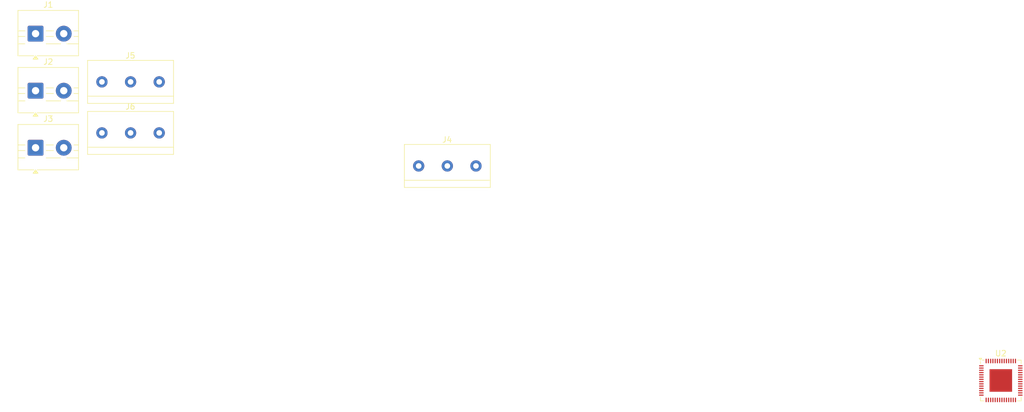
<source format=kicad_pcb>
(kicad_pcb (version 20241229) (generator "pcbnew") (generator_version "9.0")
  (layers (0 "F.Cu" signal) (2 "B.Cu" signal) (13 "F.Paste" user) (15 "B.Paste" user) (5 "F.SilkS" user "F.Silkscreen") (7 "B.SilkS" user "B.Silkscreen") (1 "F.Mask" user) (3 "B.Mask" user) (25 "Edge.Cuts" user))
  (net 0 "")
  (net 24 "Net-(U2-VDD3P3-Pad2)")
  (net 67 "Net-(U2-VDDA-Pad55)")
  (footprint "Package_DFN_QFN:QFN-56-1EP_7x7mm_P0.4mm_EP4x4mm" (layer "F.Cu") (at 181.97 71.06)
    (property "Reference" "U2" (at 0 -4.8 0) (layer "F.SilkS"))
    (property "Value" "ESP32-S3")
    (fp_line (start -3.61 -2.96) (end -3.61 -3.37) (stroke (width 0.12)) (layer "F.SilkS"))
    (fp_line (start -3.61 3.61) (end -3.61 2.96) (stroke (width 0.12)) (layer "F.SilkS"))
    (fp_line (start -2.96 -3.61) (end -3.31 -3.61) (stroke (width 0.12)) (layer "F.SilkS"))
    (fp_line (start -2.96 3.61) (end -3.61 3.61) (stroke (width 0.12)) (layer "F.SilkS"))
    (fp_line (start 2.96 -3.61) (end 3.61 -3.61) (stroke (width 0.12)) (layer "F.SilkS"))
    (fp_line (start 2.96 3.61) (end 3.61 3.61) (stroke (width 0.12)) (layer "F.SilkS"))
    (fp_line (start 3.61 -3.61) (end 3.61 -2.96) (stroke (width 0.12)) (layer "F.SilkS"))
    (fp_line (start 3.61 3.61) (end 3.61 2.96) (stroke (width 0.12)) (layer "F.SilkS"))
    (fp_poly (pts (xy -3.61 -3.61) (xy -3.85 -3.94) (xy -3.37 -3.94)) (stroke (width 0.12)) (fill yes) (layer "F.SilkS"))
    (pad "1" smd roundrect (at -3.45 -2.6) (size 0.8 0.2) (layers "F.Cu" "F.Mask" "F.Paste"))
    (pad "2" smd roundrect (at -3.45 -2.2) (size 0.8 0.2) (layers "F.Cu" "F.Mask" "F.Paste") (net 24 "Net-(U2-VDD3P3-Pad2)"))
    (pad "3" smd roundrect (at -3.45 -1.8) (size 0.8 0.2) (layers "F.Cu" "F.Mask" "F.Paste") (net 24 "Net-(U2-VDD3P3-Pad2)"))
    (pad "4" smd roundrect (at -3.45 -1.4) (size 0.8 0.2) (layers "F.Cu" "F.Mask" "F.Paste"))
    (pad "5" smd roundrect (at -3.45 -1) (size 0.8 0.2) (layers "F.Cu" "F.Mask" "F.Paste"))
    (pad "6" smd roundrect (at -3.45 -0.6) (size 0.8 0.2) (layers "F.Cu" "F.Mask" "F.Paste"))
    (pad "7" smd roundrect (at -3.45 -0.2) (size 0.8 0.2) (layers "F.Cu" "F.Mask" "F.Paste"))
    (pad "8" smd roundrect (at -3.45 0.2) (size 0.8 0.2) (layers "F.Cu" "F.Mask" "F.Paste"))
    (pad "9" smd roundrect (at -3.45 0.6) (size 0.8 0.2) (layers "F.Cu" "F.Mask" "F.Paste"))
    (pad "10" smd roundrect (at -3.45 1) (size 0.8 0.2) (layers "F.Cu" "F.Mask" "F.Paste"))
    (pad "11" smd roundrect (at -3.45 1.4) (size 0.8 0.2) (layers "F.Cu" "F.Mask" "F.Paste"))
    (pad "12" smd roundrect (at -3.45 1.8) (size 0.8 0.2) (layers "F.Cu" "F.Mask" "F.Paste"))
    (pad "13" smd roundrect (at -3.45 2.2) (size 0.8 0.2) (layers "F.Cu" "F.Mask" "F.Paste"))
    (pad "14" smd roundrect (at -3.45 2.6) (size 0.8 0.2) (layers "F.Cu" "F.Mask" "F.Paste"))
    (pad "15" smd roundrect (at -2.6 3.45) (size 0.2 0.8) (layers "F.Cu" "F.Mask" "F.Paste"))
    (pad "16" smd roundrect (at -2.2 3.45) (size 0.2 0.8) (layers "F.Cu" "F.Mask" "F.Paste"))
    (pad "17" smd roundrect (at -1.8 3.45) (size 0.2 0.8) (layers "F.Cu" "F.Mask" "F.Paste"))
    (pad "18" smd roundrect (at -1.4 3.45) (size 0.2 0.8) (layers "F.Cu" "F.Mask" "F.Paste"))
    (pad "19" smd roundrect (at -1 3.45) (size 0.2 0.8) (layers "F.Cu" "F.Mask" "F.Paste"))
    (pad "20" smd roundrect (at -0.6 3.45) (size 0.2 0.8) (layers "F.Cu" "F.Mask" "F.Paste"))
    (pad "21" smd roundrect (at -0.2 3.45) (size 0.2 0.8) (layers "F.Cu" "F.Mask" "F.Paste"))
    (pad "22" smd roundrect (at 0.2 3.45) (size 0.2 0.8) (layers "F.Cu" "F.Mask" "F.Paste"))
    (pad "23" smd roundrect (at 0.6 3.45) (size 0.2 0.8) (layers "F.Cu" "F.Mask" "F.Paste"))
    (pad "24" smd roundrect (at 1 3.45) (size 0.2 0.8) (layers "F.Cu" "F.Mask" "F.Paste"))
    (pad "25" smd roundrect (at 1.4 3.45) (size 0.2 0.8) (layers "F.Cu" "F.Mask" "F.Paste"))
    (pad "26" smd roundrect (at 1.8 3.45) (size 0.2 0.8) (layers "F.Cu" "F.Mask" "F.Paste"))
    (pad "27" smd roundrect (at 2.2 3.45) (size 0.2 0.8) (layers "F.Cu" "F.Mask" "F.Paste"))
    (pad "28" smd roundrect (at 2.6 3.45) (size 0.2 0.8) (layers "F.Cu" "F.Mask" "F.Paste"))
    (pad "29" smd roundrect (at 3.45 2.6) (size 0.8 0.2) (layers "F.Cu" "F.Mask" "F.Paste"))
    (pad "30" smd roundrect (at 3.45 2.2) (size 0.8 0.2) (layers "F.Cu" "F.Mask" "F.Paste"))
    (pad "31" smd roundrect (at 3.45 1.8) (size 0.8 0.2) (layers "F.Cu" "F.Mask" "F.Paste"))
    (pad "32" smd roundrect (at 3.45 1.4) (size 0.8 0.2) (layers "F.Cu" "F.Mask" "F.Paste"))
    (pad "33" smd roundrect (at 3.45 1) (size 0.8 0.2) (layers "F.Cu" "F.Mask" "F.Paste"))
    (pad "34" smd roundrect (at 3.45 0.6) (size 0.8 0.2) (layers "F.Cu" "F.Mask" "F.Paste"))
    (pad "35" smd roundrect (at 3.45 0.2) (size 0.8 0.2) (layers "F.Cu" "F.Mask" "F.Paste"))
    (pad "36" smd roundrect (at 3.45 -0.2) (size 0.8 0.2) (layers "F.Cu" "F.Mask" "F.Paste"))
    (pad "37" smd roundrect (at 3.45 -0.6) (size 0.8 0.2) (layers "F.Cu" "F.Mask" "F.Paste"))
    (pad "38" smd roundrect (at 3.45 -1) (size 0.8 0.2) (layers "F.Cu" "F.Mask" "F.Paste"))
    (pad "39" smd roundrect (at 3.45 -1.4) (size 0.8 0.2) (layers "F.Cu" "F.Mask" "F.Paste"))
    (pad "40" smd roundrect (at 3.45 -1.8) (size 0.8 0.2) (layers "F.Cu" "F.Mask" "F.Paste"))
    (pad "41" smd roundrect (at 3.45 -2.2) (size 0.8 0.2) (layers "F.Cu" "F.Mask" "F.Paste"))
    (pad "42" smd roundrect (at 3.45 -2.6) (size 0.8 0.2) (layers "F.Cu" "F.Mask" "F.Paste"))
    (pad "43" smd roundrect (at 2.6 -3.45) (size 0.2 0.8) (layers "F.Cu" "F.Mask" "F.Paste"))
    (pad "44" smd roundrect (at 2.2 -3.45) (size 0.2 0.8) (layers "F.Cu" "F.Mask" "F.Paste"))
    (pad "45" smd roundrect (at 1.8 -3.45) (size 0.2 0.8) (layers "F.Cu" "F.Mask" "F.Paste"))
    (pad "46" smd roundrect (at 1.4 -3.45) (size 0.2 0.8) (layers "F.Cu" "F.Mask" "F.Paste"))
    (pad "47" smd roundrect (at 1 -3.45) (size 0.2 0.8) (layers "F.Cu" "F.Mask" "F.Paste"))
    (pad "48" smd roundrect (at 0.6 -3.45) (size 0.2 0.8) (layers "F.Cu" "F.Mask" "F.Paste"))
    (pad "49" smd roundrect (at 0.2 -3.45) (size 0.2 0.8) (layers "F.Cu" "F.Mask" "F.Paste"))
    (pad "50" smd roundrect (at -0.2 -3.45) (size 0.2 0.8) (layers "F.Cu" "F.Mask" "F.Paste"))
    (pad "51" smd roundrect (at -0.6 -3.45) (size 0.2 0.8) (layers "F.Cu" "F.Mask" "F.Paste"))
    (pad "52" smd roundrect (at -1 -3.45) (size 0.2 0.8) (layers "F.Cu" "F.Mask" "F.Paste"))
    (pad "53" smd roundrect (at -1.4 -3.45) (size 0.2 0.8) (layers "F.Cu" "F.Mask" "F.Paste"))
    (pad "54" smd roundrect (at -1.8 -3.45) (size 0.2 0.8) (layers "F.Cu" "F.Mask" "F.Paste"))
    (pad "55" smd roundrect (at -2.2 -3.45) (size 0.2 0.8) (layers "F.Cu" "F.Mask" "F.Paste") (net 67 "Net-(U2-VDDA-Pad55)"))
    (pad "56" smd roundrect (at -2.6 -3.45) (size 0.2 0.8) (layers "F.Cu" "F.Mask" "F.Paste") (net 67 "Net-(U2-VDDA-Pad55)"))
    (pad "57" smd rect (at 0 0) (size 4 4) (property pad_prop_heatsink) (layers "F.Cu" "F.Mask"))
  )
  (footprint "ESP32_Custom_Footprints:TerminalBlock_bornier-3_P5.08mm" (layer "F.Cu") (at 78.74 33.02)
    (property "Reference" "J4" (at 5.05 -4.65 0) (layer "F.SilkS"))
    (property "Value" "Screw_Terminal_01x03")
    (fp_line (start -2.54 -3.81) (end 12.7 -3.81) (stroke (width 0.12)) (layer "F.SilkS"))
    (fp_line (start -2.54 2.54) (end 12.7 2.54) (stroke (width 0.12)) (layer "F.SilkS"))
    (fp_line (start -2.54 3.81) (end -2.54 -3.81) (stroke (width 0.12)) (layer "F.SilkS"))
    (fp_line (start -2.54 3.81) (end 12.7 3.81) (stroke (width 0.12)) (layer "F.SilkS"))
    (fp_line (start 12.7 3.81) (end 12.7 -3.81) (stroke (width 0.12)) (layer "F.SilkS"))
    (pad "1" thru_hole circle (at 0 0) (size 2 2) (drill 1) (layers "*.Cu" "*.Mask"))
    (pad "2" thru_hole circle (at 5.08 0) (size 2 2) (drill 1) (layers "*.Cu" "*.Mask"))
    (pad "3" thru_hole circle (at 10.16 0) (size 2 2) (drill 1) (layers "*.Cu" "*.Mask"))
  )
  (footprint "TerminalBlock:TerminalBlock_MaiXu_MX126-5.0-02P_1x02_P5.00mm" (layer "F.Cu") (at 10.8 29.79)
    (property "Reference" "J3" (at 2.25 -5.12 0) (layer "F.SilkS"))
    (property "Value" "Screw_Terminal_01x02")
    (fp_line (start -3.12 -4.12) (end -3.12 3.92) (stroke (width 0.12)) (layer "F.SilkS"))
    (fp_line (start -3.12 -4.12) (end 7.62 -4.12) (stroke (width 0.12)) (layer "F.SilkS"))
    (fp_line (start -3.12 -0.5) (end -1.88 -0.5) (stroke (width 0.12)) (layer "F.SilkS"))
    (fp_line (start -3.12 0.5) (end -1.88 0.5) (stroke (width 0.12)) (layer "F.SilkS"))
    (fp_line (start -3.12 1.8) (end -1.88 1.8) (stroke (width 0.12)) (layer "F.SilkS"))
    (fp_line (start -3.12 3.92) (end -0.3 3.92) (stroke (width 0.12)) (layer "F.SilkS"))
    (fp_line (start 0.3 3.92) (end 7.62 3.92) (stroke (width 0.12)) (layer "F.SilkS"))
    (fp_line (start 1.88 -0.5) (end 3.188 -0.5) (stroke (width 0.12)) (layer "F.SilkS"))
    (fp_line (start 1.88 0.5) (end 3.188 0.5) (stroke (width 0.12)) (layer "F.SilkS"))
    (fp_line (start 1.88 1.8) (end 4.457 1.8) (stroke (width 0.12)) (layer "F.SilkS"))
    (fp_line (start 5.543 1.8) (end 7.62 1.8) (stroke (width 0.12)) (layer "F.SilkS"))
    (fp_line (start 6.812 -0.5) (end 7.62 -0.5) (stroke (width 0.12)) (layer "F.SilkS"))
    (fp_line (start 6.812 0.5) (end 7.62 0.5) (stroke (width 0.12)) (layer "F.SilkS"))
    (fp_line (start 7.62 -4.12) (end 7.62 3.92) (stroke (width 0.12)) (layer "F.SilkS"))
    (fp_poly (pts (xy 0 3.92) (xy 0.44 4.53) (xy -0.44 4.53)) (stroke (width 0.12)) (fill yes) (layer "F.SilkS"))
    (pad "1" thru_hole roundrect (at 0 0) (size 2.8 2.8) (drill 1.3) (layers "*.Cu" "*.Mask") (roundrect_rratio 0.089286))
    (pad "2" thru_hole circle (at 5 0) (size 2.8 2.8) (drill 1.3) (layers "*.Cu" "*.Mask"))
  )
  (footprint "ESP32_Custom_Footprints:TerminalBlock_bornier-3_P5.08mm" (layer "F.Cu") (at 22.57 18.11)
    (property "Reference" "J5" (at 5.05 -4.65 0) (layer "F.SilkS"))
    (property "Value" "Screw_Terminal_01x03")
    (fp_line (start -2.54 -3.81) (end 12.7 -3.81) (stroke (width 0.12)) (layer "F.SilkS"))
    (fp_line (start -2.54 2.54) (end 12.7 2.54) (stroke (width 0.12)) (layer "F.SilkS"))
    (fp_line (start -2.54 3.81) (end -2.54 -3.81) (stroke (width 0.12)) (layer "F.SilkS"))
    (fp_line (start -2.54 3.81) (end 12.7 3.81) (stroke (width 0.12)) (layer "F.SilkS"))
    (fp_line (start 12.7 3.81) (end 12.7 -3.81) (stroke (width 0.12)) (layer "F.SilkS"))
    (pad "1" thru_hole circle (at 0 0) (size 2 2) (drill 1) (layers "*.Cu" "*.Mask"))
    (pad "2" thru_hole circle (at 5.08 0) (size 2 2) (drill 1) (layers "*.Cu" "*.Mask"))
    (pad "3" thru_hole circle (at 10.16 0) (size 2 2) (drill 1) (layers "*.Cu" "*.Mask"))
  )
  (footprint "TerminalBlock:TerminalBlock_MaiXu_MX126-5.0-02P_1x02_P5.00mm" (layer "F.Cu") (at 10.8 19.675)
    (property "Reference" "J2" (at 2.25 -5.12 0) (layer "F.SilkS"))
    (property "Value" "Screw_Terminal_01x02")
    (fp_line (start -3.12 -4.12) (end -3.12 3.92) (stroke (width 0.12)) (layer "F.SilkS"))
    (fp_line (start -3.12 -4.12) (end 7.62 -4.12) (stroke (width 0.12)) (layer "F.SilkS"))
    (fp_line (start -3.12 -0.5) (end -1.88 -0.5) (stroke (width 0.12)) (layer "F.SilkS"))
    (fp_line (start -3.12 0.5) (end -1.88 0.5) (stroke (width 0.12)) (layer "F.SilkS"))
    (fp_line (start -3.12 1.8) (end -1.88 1.8) (stroke (width 0.12)) (layer "F.SilkS"))
    (fp_line (start -3.12 3.92) (end -0.3 3.92) (stroke (width 0.12)) (layer "F.SilkS"))
    (fp_line (start 0.3 3.92) (end 7.62 3.92) (stroke (width 0.12)) (layer "F.SilkS"))
    (fp_line (start 1.88 -0.5) (end 3.188 -0.5) (stroke (width 0.12)) (layer "F.SilkS"))
    (fp_line (start 1.88 0.5) (end 3.188 0.5) (stroke (width 0.12)) (layer "F.SilkS"))
    (fp_line (start 1.88 1.8) (end 4.457 1.8) (stroke (width 0.12)) (layer "F.SilkS"))
    (fp_line (start 5.543 1.8) (end 7.62 1.8) (stroke (width 0.12)) (layer "F.SilkS"))
    (fp_line (start 6.812 -0.5) (end 7.62 -0.5) (stroke (width 0.12)) (layer "F.SilkS"))
    (fp_line (start 6.812 0.5) (end 7.62 0.5) (stroke (width 0.12)) (layer "F.SilkS"))
    (fp_line (start 7.62 -4.12) (end 7.62 3.92) (stroke (width 0.12)) (layer "F.SilkS"))
    (fp_poly (pts (xy 0 3.92) (xy 0.44 4.53) (xy -0.44 4.53)) (stroke (width 0.12)) (fill yes) (layer "F.SilkS"))
    (pad "1" thru_hole roundrect (at 0 0) (size 2.8 2.8) (drill 1.3) (layers "*.Cu" "*.Mask") (roundrect_rratio 0.089286))
    (pad "2" thru_hole circle (at 5 0) (size 2.8 2.8) (drill 1.3) (layers "*.Cu" "*.Mask"))
  )
  (footprint "TerminalBlock:TerminalBlock_MaiXu_MX126-5.0-02P_1x02_P5.00mm" (layer "F.Cu") (at 10.8 9.56)
    (property "Reference" "J1" (at 2.25 -5.12 0) (layer "F.SilkS"))
    (property "Value" "Screw_Terminal_01x02")
    (fp_line (start -3.12 -4.12) (end -3.12 3.92) (stroke (width 0.12)) (layer "F.SilkS"))
    (fp_line (start -3.12 -4.12) (end 7.62 -4.12) (stroke (width 0.12)) (layer "F.SilkS"))
    (fp_line (start -3.12 -0.5) (end -1.88 -0.5) (stroke (width 0.12)) (layer "F.SilkS"))
    (fp_line (start -3.12 0.5) (end -1.88 0.5) (stroke (width 0.12)) (layer "F.SilkS"))
    (fp_line (start -3.12 1.8) (end -1.88 1.8) (stroke (width 0.12)) (layer "F.SilkS"))
    (fp_line (start -3.12 3.92) (end -0.3 3.92) (stroke (width 0.12)) (layer "F.SilkS"))
    (fp_line (start 0.3 3.92) (end 7.62 3.92) (stroke (width 0.12)) (layer "F.SilkS"))
    (fp_line (start 1.88 -0.5) (end 3.188 -0.5) (stroke (width 0.12)) (layer "F.SilkS"))
    (fp_line (start 1.88 0.5) (end 3.188 0.5) (stroke (width 0.12)) (layer "F.SilkS"))
    (fp_line (start 1.88 1.8) (end 4.457 1.8) (stroke (width 0.12)) (layer "F.SilkS"))
    (fp_line (start 5.543 1.8) (end 7.62 1.8) (stroke (width 0.12)) (layer "F.SilkS"))
    (fp_line (start 6.812 -0.5) (end 7.62 -0.5) (stroke (width 0.12)) (layer "F.SilkS"))
    (fp_line (start 6.812 0.5) (end 7.62 0.5) (stroke (width 0.12)) (layer "F.SilkS"))
    (fp_line (start 7.62 -4.12) (end 7.62 3.92) (stroke (width 0.12)) (layer "F.SilkS"))
    (fp_poly (pts (xy 0 3.92) (xy 0.44 4.53) (xy -0.44 4.53)) (stroke (width 0.12)) (fill yes) (layer "F.SilkS"))
    (pad "1" thru_hole roundrect (at 0 0) (size 2.8 2.8) (drill 1.3) (layers "*.Cu" "*.Mask") (roundrect_rratio 0.089286))
    (pad "2" thru_hole circle (at 5 0) (size 2.8 2.8) (drill 1.3) (layers "*.Cu" "*.Mask"))
  )
  (footprint "ESP32_Custom_Footprints:TerminalBlock_bornier-3_P5.08mm" (layer "F.Cu") (at 22.57 27.16)
    (property "Reference" "J6" (at 5.05 -4.65 0) (layer "F.SilkS"))
    (property "Value" "Screw_Terminal_01x03")
    (fp_line (start -2.54 -3.81) (end 12.7 -3.81) (stroke (width 0.12)) (layer "F.SilkS"))
    (fp_line (start -2.54 2.54) (end 12.7 2.54) (stroke (width 0.12)) (layer "F.SilkS"))
    (fp_line (start -2.54 3.81) (end -2.54 -3.81) (stroke (width 0.12)) (layer "F.SilkS"))
    (fp_line (start -2.54 3.81) (end 12.7 3.81) (stroke (width 0.12)) (layer "F.SilkS"))
    (fp_line (start 12.7 3.81) (end 12.7 -3.81) (stroke (width 0.12)) (layer "F.SilkS"))
    (pad "1" thru_hole circle (at 0 0) (size 2 2) (drill 1) (layers "*.Cu" "*.Mask"))
    (pad "2" thru_hole circle (at 5.08 0) (size 2 2) (drill 1) (layers "*.Cu" "*.Mask"))
    (pad "3" thru_hole circle (at 10.16 0) (size 2 2) (drill 1) (layers "*.Cu" "*.Mask"))
  )
)
</source>
